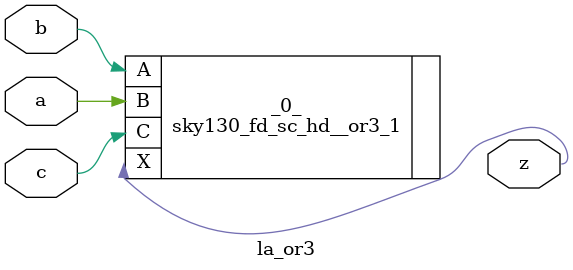
<source format=v>
/* Generated by Yosys 0.37 (git sha1 a5c7f69ed, clang 14.0.0-1ubuntu1.1 -fPIC -Os) */

module la_or3(a, b, c, z);
  input a;
  wire a;
  input b;
  wire b;
  input c;
  wire c;
  output z;
  wire z;
  sky130_fd_sc_hd__or3_1 _0_ (
    .A(b),
    .B(a),
    .C(c),
    .X(z)
  );
endmodule

</source>
